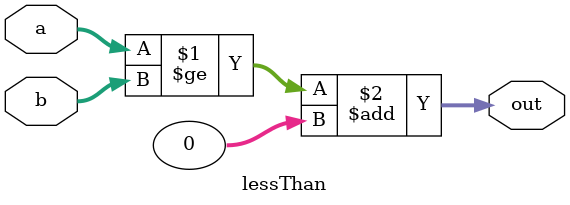
<source format=v>
`include "logic.v"

module bitwiseADD(
  output[31:0] out,
  output overflow,
  input[31:0] a, b,
  input carryin
);
  assign out = a + b + carryin;
  assign overflow = (a & (a[30] & b[30])) | (b & (a[30] & b[30])) | (a[31] & b[31]);
endmodule

module bitwiseSUB(
  output[31:0] out,
  output overflow,
  input[31:0] a, 
  input[31:0] b,
  input carryin
);
  bitwiseAdd myAdder(out, overflow, a, ~b, 1'b1);
  //wire[31:0] neg_b;
  //bitwiseINV myInverter(neg_b, b);
  //bitwiseADD myAdder(out, overflow, a, neg_b, 1'b1);
endmodule  

module lessThan(
  output[31:0] out,
  input[31:0] a,
  input[31:0] b
);
  assign out = (a >= b) + 32'b0;
endmodule 

</source>
